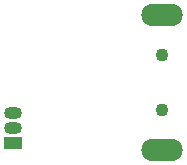
<source format=gbs>
G04 #@! TF.GenerationSoftware,KiCad,Pcbnew,6.0.1-79c1e3a40b~116~ubuntu20.04.1*
G04 #@! TF.CreationDate,2022-01-19T17:49:25+01:00*
G04 #@! TF.ProjectId,usb,7573622e-6b69-4636-9164-5f7063625858,rev?*
G04 #@! TF.SameCoordinates,Original*
G04 #@! TF.FileFunction,Soldermask,Bot*
G04 #@! TF.FilePolarity,Negative*
%FSLAX46Y46*%
G04 Gerber Fmt 4.6, Leading zero omitted, Abs format (unit mm)*
G04 Created by KiCad (PCBNEW 6.0.1-79c1e3a40b~116~ubuntu20.04.1) date 2022-01-19 17:49:25*
%MOMM*%
%LPD*%
G01*
G04 APERTURE LIST*
%ADD10R,1.500000X1.050000*%
%ADD11O,1.500000X1.050000*%
%ADD12C,1.100000*%
%ADD13O,3.500000X1.900000*%
G04 APERTURE END LIST*
D10*
X131470000Y-84110000D03*
D11*
X131470000Y-82840000D03*
X131470000Y-81570000D03*
D12*
X144050000Y-76698500D03*
X144050000Y-81298500D03*
D13*
X144050000Y-84698500D03*
X144050000Y-73298500D03*
M02*

</source>
